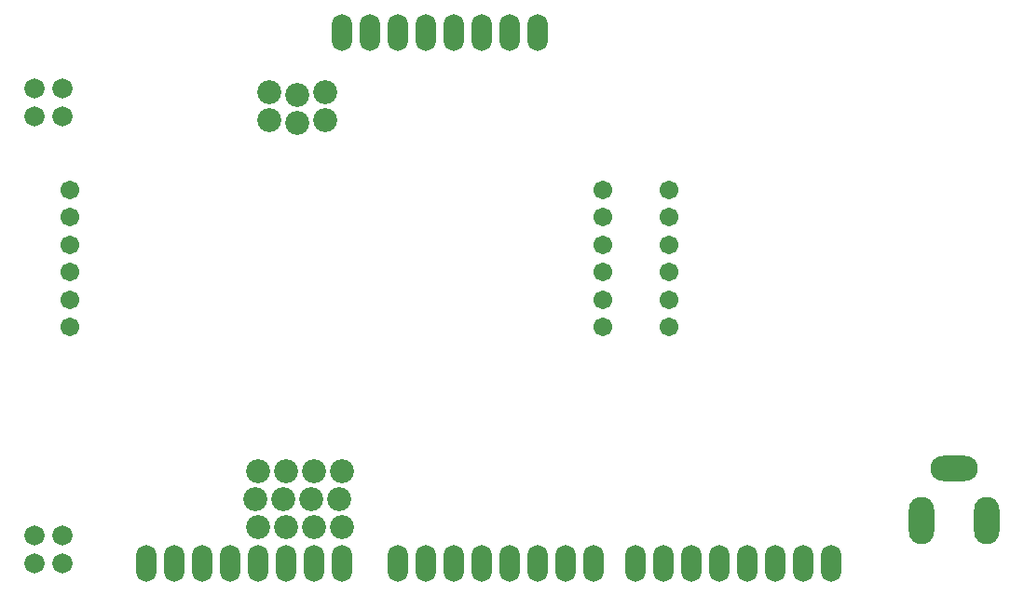
<source format=gbs>
%TF.GenerationSoftware,KiCad,Pcbnew,5.1.10-88a1d61d58~90~ubuntu20.04.1*%
%TF.CreationDate,2021-08-01T14:30:54-04:00*%
%TF.ProjectId,MegaShield,4d656761-5368-4696-956c-642e6b696361,rev?*%
%TF.SameCoordinates,Original*%
%TF.FileFunction,Soldermask,Bot*%
%TF.FilePolarity,Negative*%
%FSLAX46Y46*%
G04 Gerber Fmt 4.6, Leading zero omitted, Abs format (unit mm)*
G04 Created by KiCad (PCBNEW 5.1.10-88a1d61d58~90~ubuntu20.04.1) date 2021-08-01 14:30:54*
%MOMM*%
%LPD*%
G01*
G04 APERTURE LIST*
%ADD10O,1.828800X3.352800*%
%ADD11O,4.304800X2.304800*%
%ADD12O,2.304800X4.304800*%
%ADD13C,1.712800*%
%ADD14C,2.184400*%
%ADD15C,1.828800*%
G04 APERTURE END LIST*
D10*
%TO.C,PWML1*%
X154698600Y-128963600D03*
X152158600Y-128963600D03*
X149618600Y-128963600D03*
X147078600Y-128963600D03*
X144538600Y-128963600D03*
X141998600Y-128963600D03*
X139458600Y-128963600D03*
X136918600Y-128963600D03*
%TD*%
%TO.C,PWMH1*%
X176288600Y-128963600D03*
X173748600Y-128963600D03*
X171208600Y-128963600D03*
X168668600Y-128963600D03*
X166128600Y-128963600D03*
X163588600Y-128963600D03*
X161048600Y-128963600D03*
X158508600Y-128963600D03*
%TD*%
%TO.C,COMMUNICATION2*%
X131838600Y-128963600D03*
X129298600Y-128963600D03*
X126758600Y-128963600D03*
X124218600Y-128963600D03*
X121678600Y-128963600D03*
X119138600Y-128963600D03*
X116598600Y-128963600D03*
X114058600Y-128963600D03*
%TD*%
D11*
%TO.C,J1*%
X187457405Y-120362857D03*
D12*
X190447390Y-125092725D03*
X184470644Y-125087600D03*
%TD*%
D13*
%TO.C,U$1*%
X107149556Y-107475150D03*
X107149556Y-104975150D03*
X107149556Y-102475150D03*
X107149556Y-99975150D03*
X107149556Y-97475150D03*
X107149556Y-94975150D03*
%TD*%
%TO.C,U$12*%
X155546209Y-107475150D03*
X155546209Y-104975150D03*
X155546209Y-102475150D03*
X155546209Y-99975150D03*
X155546209Y-97475150D03*
X155546209Y-94975150D03*
%TD*%
D14*
%TO.C,J2*%
X131832740Y-125661600D03*
X131578740Y-123121600D03*
X131832740Y-120581600D03*
%TD*%
%TO.C,J3*%
X126752740Y-125661600D03*
X126498740Y-123121600D03*
X126752740Y-120581600D03*
%TD*%
%TO.C,J4*%
X124212740Y-125661600D03*
X123958740Y-123121600D03*
X124212740Y-120581600D03*
%TD*%
%TO.C,J5*%
X129292740Y-125661600D03*
X129038740Y-123121600D03*
X129292740Y-120581600D03*
%TD*%
D13*
%TO.C,U$20*%
X161546318Y-107475150D03*
X161546318Y-104975150D03*
X161546318Y-102475150D03*
X161546318Y-99975150D03*
X161546318Y-97475150D03*
X161546318Y-94975150D03*
%TD*%
D14*
%TO.C,J6*%
X130286171Y-86099225D03*
X127746171Y-86353225D03*
X125206171Y-86099225D03*
%TD*%
%TO.C,J7*%
X130290112Y-88648532D03*
X127750112Y-88902532D03*
X125210112Y-88648532D03*
%TD*%
D10*
%TO.C,COMMUNICATION1*%
X149618600Y-80703600D03*
X147078600Y-80703600D03*
X144538600Y-80703600D03*
X141998600Y-80703600D03*
X139458600Y-80703600D03*
X136918600Y-80703600D03*
X134378600Y-80703600D03*
X131838600Y-80703600D03*
%TD*%
D15*
%TO.C,JP3*%
X106439712Y-126423913D03*
X106439712Y-128963913D03*
X103899712Y-126423913D03*
X103899712Y-128963913D03*
%TD*%
%TO.C,JP4*%
X106441175Y-85784582D03*
X106441175Y-88324582D03*
X103901175Y-85784582D03*
X103901175Y-88324582D03*
%TD*%
M02*

</source>
